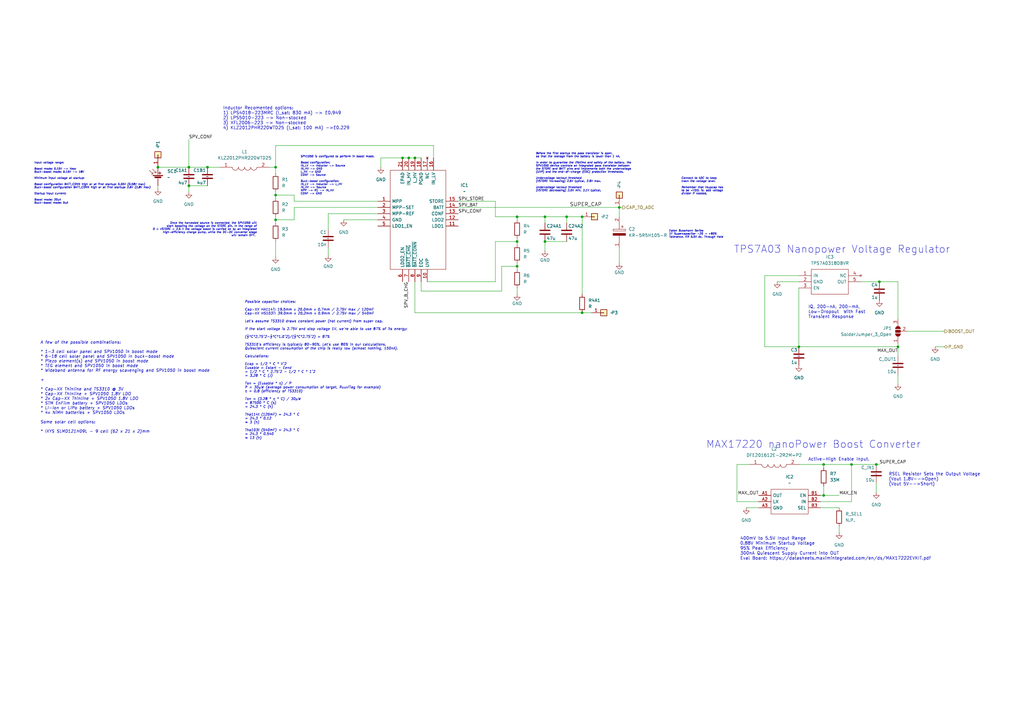
<source format=kicad_sch>
(kicad_sch (version 20211123) (generator eeschema)
  (paper "A3")
  (title_block (title "SPV1050 Power Harvester") (date "2022-04-07") (rev "v01") (company "www.daskalakispiros.com"))
  (lib_symbols
    (symbol "Connector_Generic:Conn_01x01" (pin_names (offset 1.016) hide)
      (property "Reference" "J" (at 0 2.54 0))
      (property "Value" "Conn_01x01" (at 0 -2.54 0))
      (symbol "Conn_01x01_1_1"
        (rectangle (start -1.27 0.127) (end 0 -0.127) (stroke (width 0.1524)))
        (rectangle (start -1.27 1.27) (end 1.27 -1.27) (stroke (width 0.254)) (fill (type background)))
        (pin passive line (at -5.08 0 0) (length 3.81) (name "Pin_1") (number "1"))
      )
    )
    (symbol "DFE201612E-2R2M=P2:DFE201612E-2R2M=P2" (pin_names (offset 0.762))
      (property "Reference" "L" (at 16.51 6.35 0))
      (property "Value" "DFE201612E-2R2M=P2" (at 16.51 3.81 0))
      (symbol "DFE201612E-2R2M=P2_0_0"
        (pin passive line (at 0 0 0) (length 5.08) (name "~") (number "1"))
        (pin passive line (at 20.32 0 180) (length 5.08) (name "~") (number "2"))
      )
      (symbol "DFE201612E-2R2M=P2_0_1"
        (arc (start 5.08 0) (mid 6.35 -1.3218) (end 7.62 0) (stroke (width 0.1524)))
        (arc (start 7.62 0) (mid 8.89 -1.3218) (end 10.16 0) (stroke (width 0.1524)))
        (arc (start 10.16 0) (mid 11.43 -1.3218) (end 12.7 0) (stroke (width 0.1524)))
        (arc (start 12.7 0) (mid 13.97 -1.3218) (end 15.24 0) (stroke (width 0.1524)))
      )
    )
    (symbol "Device:C" (pin_numbers hide) (pin_names (offset 0.254))
      (property "Reference" "C" (at 0.635 2.54 0))
      (property "Value" "C" (at 0.635 -2.54 0))
      (symbol "C_0_1"
        (polyline (pts (xy -2.032 -0.762) (xy 2.032 -0.762)) (stroke (width 0.508)))
        (polyline (pts (xy -2.032 0.762) (xy 2.032 0.762)) (stroke (width 0.508)))
      )
      (symbol "C_1_1"
        (pin passive line (at 0 3.81 270) (length 2.794) (name "~") (number "1"))
        (pin passive line (at 0 -3.81 90) (length 2.794) (name "~") (number "2"))
      )
    )
    (symbol "Device:R" (pin_numbers hide) (pin_names (offset 0))
      (property "Reference" "R" (at 2.032 0 90))
      (property "Value" "R" (at 0 0 90))
      (symbol "R_0_1"
        (rectangle (start -1.016 -2.54) (end 1.016 2.54) (stroke (width 0.254)))
      )
      (symbol "R_1_1"
        (pin passive line (at 0 3.81 270) (length 1.27) (name "~") (number "1"))
        (pin passive line (at 0 -3.81 90) (length 1.27) (name "~") (number "2"))
      )
    )
    (symbol "Device:Solar_Cell" (pin_numbers hide) (pin_names (offset 0) hide)
      (property "Reference" "SC" (at 2.54 2.54 0))
      (property "Value" "Solar_Cell" (at 2.54 0 0))
      (symbol "Solar_Cell_0_1"
        (rectangle (start -2.032 1.778) (end 2.032 1.524) (fill (type outline)))
        (rectangle (start -1.3208 1.1938) (end 1.27 0.6858) (fill (type outline)))
        (polyline (pts (xy -2.032 2.286) (xy -3.556 3.81)))
        (polyline (pts (xy -0.762 2.794) (xy -2.286 4.318)))
        (polyline (pts (xy 0 0.762) (xy 0 0)))
        (polyline (pts (xy 0 1.778) (xy 0 2.54)))
        (polyline (pts (xy 0.254 2.667) (xy 1.27 2.667)) (stroke (width 0.254)))
        (polyline (pts (xy 0.762 3.175) (xy 0.762 2.159)) (stroke (width 0.254)))
        (polyline (pts (xy -2.032 3.048) (xy -2.032 2.286) (xy -2.794 2.286)))
        (polyline (pts (xy -0.762 3.556) (xy -0.762 2.794) (xy -1.524 2.794)))
      )
      (symbol "Solar_Cell_1_1"
        (pin passive line (at 0 5.08 270) (length 2.54) (name "+") (number "1"))
        (pin passive line (at 0 -2.54 90) (length 2.54) (name "-") (number "2"))
      )
    )
    (symbol "Jumper:SolderJumper_3_Open" (pin_names (offset 0) hide)
      (property "Reference" "JP" (at -2.54 -2.54 0))
      (property "Value" "SolderJumper_3_Open" (at 0 2.794 0))
      (symbol "SolderJumper_3_Open_0_1"
        (arc (start -1.016 1.016) (mid -2.032 0) (end -1.016 -1.016))
        (arc (start -1.016 1.016) (mid -2.032 0) (end -1.016 -1.016) (fill (type outline)))
        (rectangle (start -0.508 1.016) (end 0.508 -1.016) (fill (type outline)))
        (polyline (pts (xy -2.54 0) (xy -2.032 0)))
        (polyline (pts (xy -1.016 1.016) (xy -1.016 -1.016)))
        (polyline (pts (xy 0 -1.27) (xy 0 -1.016)))
        (polyline (pts (xy 1.016 1.016) (xy 1.016 -1.016)))
        (polyline (pts (xy 2.54 0) (xy 2.032 0)))
        (arc (start 1.016 -1.016) (mid 2.032 0) (end 1.016 1.016))
        (arc (start 1.016 -1.016) (mid 2.032 0) (end 1.016 1.016) (fill (type outline)))
      )
      (symbol "SolderJumper_3_Open_1_1"
        (pin passive line (at -5.08 0 0) (length 2.54) (name "A") (number "1"))
        (pin passive line (at 0 -3.81 90) (length 2.54) (name "C") (number "2"))
        (pin passive line (at 5.08 0 180) (length 2.54) (name "B") (number "3"))
      )
    )
    (symbol "KLZ2012PHR220WTD25:KLZ2012PHR220WTD25" (pin_names (offset 0.762))
      (property "Reference" "L" (at 16.51 6.35 0))
      (property "Value" "KLZ2012PHR220WTD25" (at 16.51 3.81 0))
      (symbol "KLZ2012PHR220WTD25_0_0"
        (pin passive line (at 0 0 0) (length 5.08) (name "~") (number "1"))
        (pin passive line (at 20.32 0 180) (length 5.08) (name "~") (number "2"))
      )
      (symbol "KLZ2012PHR220WTD25_0_1"
        (arc (start 5.08 0) (mid 6.35 -1.3218) (end 7.62 0) (stroke (width 0.1524)))
        (arc (start 7.62 0) (mid 8.89 -1.3218) (end 10.16 0) (stroke (width 0.1524)))
        (arc (start 10.16 0) (mid 11.43 -1.3218) (end 12.7 0) (stroke (width 0.1524)))
        (arc (start 12.7 0) (mid 13.97 -1.3218) (end 15.24 0) (stroke (width 0.1524)))
      )
    )
    (symbol "KR-5R5H105-R:KR-5R5H105-R" (pin_names (offset 0.762))
      (property "Reference" "C" (at 8.89 6.35 0))
      (property "Value" "KR-5R5H105-R" (at 8.89 3.81 0))
      (symbol "KR-5R5H105-R_0_0"
        (pin passive line (at 12.7 0 180) (length 2.54) (name "~") (number "1"))
        (pin passive line (at 0 0 0) (length 2.54) (name "~") (number "2"))
      )
      (symbol "KR-5R5H105-R_0_1"
        (polyline (pts (xy 2.54 0) (xy 5.08 0)) (stroke (width 0.1524)))
        (polyline (pts (xy 4.064 1.778) (xy 4.064 0.762)) (stroke (width 0.1524)))
        (polyline (pts (xy 4.572 1.27) (xy 3.556 1.27)) (stroke (width 0.1524)))
        (polyline (pts (xy 7.62 0) (xy 10.16 0)) (stroke (width 0.1524)))
        (polyline (pts (xy 5.08 2.54) (xy 5.08 -2.54) (xy 5.842 -2.54) (xy 5.842 2.54) (xy 5.08 2.54)) (stroke (width 0.1524)))
        (polyline (pts (xy 7.62 2.54) (xy 7.62 -2.54) (xy 6.858 -2.54) (xy 6.858 2.54) (xy 7.62 2.54)) (stroke (width 0.254)) (fill (type outline)))
      )
    )
    (symbol "MAX17220ENT+:MAX17220ENT+" (pin_names (offset 0.762))
      (property "Reference" "IC" (at 21.59 7.62 0))
      (property "Value" "MAX17220ENT+" (at 21.59 5.08 0))
      (symbol "MAX17220ENT+_0_0"
        (pin passive line (at 0 0 0) (length 5.08) (name "OUT") (number "A1"))
        (pin passive line (at 0 -2.54 0) (length 5.08) (name "LX") (number "A2"))
        (pin passive line (at 0 -5.08 0) (length 5.08) (name "GND") (number "A3"))
        (pin passive line (at 25.4 0 180) (length 5.08) (name "EN") (number "B1"))
        (pin passive line (at 25.4 -2.54 180) (length 5.08) (name "IN") (number "B2"))
        (pin passive line (at 25.4 -5.08 180) (length 5.08) (name "SEL") (number "B3"))
      )
      (symbol "MAX17220ENT+_0_1"
        (polyline (pts (xy 5.08 2.54) (xy 20.32 2.54) (xy 20.32 -7.62) (xy 5.08 -7.62) (xy 5.08 2.54)) (stroke (width 0.1524)))
      )
    )
    (symbol "SPV1050TTR:SPV1050TTR" (pin_names (offset 0.762))
      (property "Reference" "IC" (at 29.21 17.78 0))
      (property "Value" "SPV1050TTR" (at 29.21 15.24 0))
      (symbol "SPV1050TTR_0_0"
        (pin passive line (at 0 0 0) (length 5.08) (name "MPP") (number "1"))
        (pin passive line (at 20.32 -33.02 90) (length 5.08) (name "UVP") (number "10"))
        (pin passive line (at 33.02 -10.16 180) (length 5.08) (name "LDO1") (number "11"))
        (pin passive line (at 33.02 -7.62 180) (length 5.08) (name "LDO2") (number "12"))
        (pin passive line (at 33.02 -5.08 180) (length 5.08) (name "CONF") (number "13"))
        (pin passive line (at 33.02 -2.54 180) (length 5.08) (name "BATT") (number "14"))
        (pin passive line (at 33.02 0 180) (length 5.08) (name "STORE") (number "15"))
        (pin passive line (at 22.86 17.78 270) (length 5.08) (name "IN_LV") (number "16"))
        (pin no_connect line (at 20.32 17.78 270) (length 5.08) (name "NC") (number "17"))
        (pin passive line (at 17.78 17.78 270) (length 5.08) (name "PGND") (number "18"))
        (pin passive line (at 15.24 17.78 270) (length 5.08) (name "L_HV") (number "19"))
        (pin passive line (at 0 -2.54 0) (length 5.08) (name "MPP-SET") (number "2"))
        (pin passive line (at 12.7 17.78 270) (length 5.08) (name "IN_HV") (number "20"))
        (pin passive line (at 10.16 17.78 270) (length 5.08) (name "EPAD") (number "21"))
        (pin passive line (at 0 -5.08 0) (length 5.08) (name "MPP-REF") (number "3"))
        (pin passive line (at 0 -7.62 0) (length 5.08) (name "GND") (number "4"))
        (pin passive line (at 0 -10.16 0) (length 5.08) (name "LDO1_EN") (number "5"))
        (pin passive line (at 10.16 -33.02 90) (length 5.08) (name "LDO2_EN") (number "6"))
        (pin passive line (at 12.7 -33.02 90) (length 5.08) (name "~{BATT_CHG}") (number "7"))
        (pin passive line (at 15.24 -33.02 90) (length 5.08) (name "~{BATT_CONN}") (number "8"))
        (pin passive line (at 17.78 -33.02 90) (length 5.08) (name "EOC") (number "9"))
      )
      (symbol "SPV1050TTR_0_1"
        (polyline (pts (xy 5.08 12.7) (xy 27.94 12.7) (xy 27.94 -27.94) (xy 5.08 -27.94) (xy 5.08 12.7)) (stroke (width 0.1524)))
      )
    )
    (symbol "TPS7A0318DBVR:TPS7A0318DBVR" (pin_names (offset 0.762))
      (property "Reference" "IC" (at 21.59 7.62 0))
      (property "Value" "TPS7A0318DBVR" (at 21.59 5.08 0))
      (symbol "TPS7A0318DBVR_0_0"
        (pin passive line (at 0 0 0) (length 5.08) (name "IN") (number "1"))
        (pin passive line (at 0 -2.54 0) (length 5.08) (name "GND") (number "2"))
        (pin passive line (at 0 -5.08 0) (length 5.08) (name "EN") (number "3"))
        (pin no_connect line (at 25.4 0 180) (length 5.08) (name "NC") (number "4"))
        (pin passive line (at 25.4 -2.54 180) (length 5.08) (name "OUT") (number "5"))
      )
      (symbol "TPS7A0318DBVR_0_1"
        (polyline (pts (xy 5.08 2.54) (xy 20.32 2.54) (xy 20.32 -7.62) (xy 5.08 -7.62) (xy 5.08 2.54)) (stroke (width 0.1524)))
      )
    )
    (symbol "power:GND" (power) (pin_names (offset 0))
      (property "Value" "GND" (at 0 -3.81 0))
      (symbol "GND_0_1"
        (polyline (pts (xy 0 0) (xy 0 -1.27) (xy 1.27 -1.27) (xy 0 -2.54) (xy -1.27 -1.27) (xy 0 -1.27)))
      )
      (symbol "GND_1_1"
        (pin power_in line (at 0 0 270) (length 0) hide (name "GND") (number "1"))
      )
    )
    (symbol "ruuviharvester_reva1-rescue:C" (pin_numbers hide) (pin_names (offset 0.254))
      (property "Reference" "C" (at 0.635 2.54 0))
      (property "Value" "C" (at 0.635 -2.54 0))
      (symbol "C_0_1"
        (polyline (pts (xy -2.032 -0.762) (xy 2.032 -0.762)) (stroke (width 0.508)))
        (polyline (pts (xy -2.032 0.762) (xy 2.032 0.762)) (stroke (width 0.508)))
      )
      (symbol "C_1_1"
        (pin passive line (at 0 3.81 270) (length 2.794) (name "~") (number "1"))
        (pin passive line (at 0 -3.81 90) (length 2.794) (name "~") (number "2"))
      )
    )
  )
  (junction (at 77.47 68.58))
  (junction (at 337.82 190.5))
  (junction (at 212.09 109.22))
  (junction (at 212.09 88.9))
  (junction (at 349.25 190.5))
  (junction (at 254 85.09))
  (junction (at 167.64 64.77))
  (junction (at 337.82 203.2))
  (junction (at 238.76 88.9))
  (junction (at 113.03 68.58))
  (junction (at 212.09 99.06))
  (junction (at 64.77 68.58))
  (junction (at 113.03 90.17))
  (junction (at 359.41 190.5))
  (junction (at 360.68 115.57))
  (junction (at 85.09 68.58))
  (junction (at 223.52 99.06))
  (junction (at 165.1 64.77))
  (junction (at 368.3 142.24))
  (junction (at 170.18 64.77))
  (junction (at 238.76 128.27))
  (junction (at 77.47 76.2))
  (junction (at 113.03 80.01))
  (junction (at 232.41 88.9))
  (junction (at 327.66 142.24))
  (junction (at 223.52 88.9))
  (wire (pts (xy 113.03 78.74) (xy 113.03 80.01)))
  (wire (pts (xy 85.09 68.58) (xy 90.17 68.58)))
  (wire (pts (xy 212.09 107.95) (xy 212.09 109.22)))
  (wire (pts (xy 353.06 115.57) (xy 360.68 115.57)))
  (wire (pts (xy 154.94 82.55) (xy 120.65 82.55)))
  (wire (pts (xy 327.66 118.11) (xy 327.66 142.24)))
  (wire (pts (xy 134.62 104.775) (xy 134.62 101.6)))
  (wire (pts (xy 120.65 85.09) (xy 120.65 90.17)))
  (wire (pts (xy 113.03 80.01) (xy 113.03 81.28)))
  (wire (pts (xy 203.2 115.57) (xy 203.2 99.06)))
  (wire (pts (xy 203.2 88.9) (xy 203.2 82.55)))
  (wire (pts (xy 238.76 128.27) (xy 242.57 128.27)))
  (wire (pts (xy 140.97 90.17) (xy 154.94 90.17)))
  (wire (pts (xy 349.25 190.5) (xy 349.25 205.74)))
  (wire (pts (xy 170.18 128.27) (xy 170.18 115.57)))
  (wire (pts (xy 372.11 135.89) (xy 387.35 135.89)))
  (wire (pts (xy 120.65 82.55) (xy 120.65 80.01)))
  (wire (pts (xy 113.03 88.9) (xy 113.03 90.17)))
  (wire (pts (xy 337.82 190.5) (xy 337.82 191.77)))
  (wire (pts (xy 77.47 57.15) (xy 77.47 68.58)))
  (wire (pts (xy 383.54 142.24) (xy 387.35 142.24)))
  (wire (pts (xy 238.76 120.65) (xy 238.76 88.9)))
  (wire (pts (xy 254 85.09) (xy 255.27 85.09)))
  (wire (pts (xy 359.41 198.12) (xy 359.41 201.93)))
  (wire (pts (xy 205.74 119.38) (xy 205.74 109.22)))
  (wire (pts (xy 313.69 113.03) (xy 313.69 142.24)))
  (wire (pts (xy 203.2 82.55) (xy 187.96 82.55)))
  (wire (pts (xy 205.74 109.22) (xy 212.09 109.22)))
  (wire (pts (xy 306.07 208.28) (xy 311.15 208.28)))
  (wire (pts (xy 313.69 142.24) (xy 327.66 142.24)))
  (wire (pts (xy 167.64 64.77) (xy 170.18 64.77)))
  (wire (pts (xy 154.94 85.09) (xy 120.65 85.09)))
  (wire (pts (xy 337.82 190.5) (xy 349.25 190.5)))
  (wire (pts (xy 212.09 97.79) (xy 212.09 99.06)))
  (wire (pts (xy 337.82 199.39) (xy 337.82 203.2)))
  (wire (pts (xy 223.52 88.9) (xy 223.52 91.44)))
  (wire (pts (xy 327.66 113.03) (xy 313.69 113.03)))
  (wire (pts (xy 113.03 80.01) (xy 120.65 80.01)))
  (wire (pts (xy 360.68 115.57) (xy 368.3 115.57)))
  (wire (pts (xy 212.09 120.65) (xy 212.09 118.11)))
  (wire (pts (xy 336.55 205.74) (xy 349.25 205.74)))
  (wire (pts (xy 113.03 59.69) (xy 177.8 59.69)))
  (wire (pts (xy 212.09 88.9) (xy 212.09 90.17)))
  (wire (pts (xy 368.3 115.57) (xy 368.3 130.81)))
  (wire (pts (xy 77.47 68.58) (xy 85.09 68.58)))
  (wire (pts (xy 113.03 68.58) (xy 113.03 71.12)))
  (wire (pts (xy 327.66 142.24) (xy 368.3 142.24)))
  (wire (pts (xy 337.82 203.2) (xy 344.17 203.2)))
  (wire (pts (xy 172.72 115.57) (xy 172.72 119.38)))
  (wire (pts (xy 212.09 88.9) (xy 223.52 88.9)))
  (wire (pts (xy 327.66 190.5) (xy 337.82 190.5)))
  (wire (pts (xy 64.77 68.58) (xy 77.47 68.58)))
  (wire (pts (xy 254 88.9) (xy 254 85.09)))
  (wire (pts (xy 349.25 190.5) (xy 359.41 190.5)))
  (wire (pts (xy 175.26 115.57) (xy 203.2 115.57)))
  (wire (pts (xy 156.21 64.77) (xy 156.21 68.58)))
  (wire (pts (xy 113.03 99.06) (xy 113.03 105.41)))
  (wire (pts (xy 359.41 190.5) (xy 360.68 190.5)))
  (wire (pts (xy 113.03 59.69) (xy 113.03 68.58)))
  (wire (pts (xy 368.3 153.67) (xy 368.3 157.48)))
  (wire (pts (xy 212.09 99.06) (xy 212.09 100.33)))
  (wire (pts (xy 302.26 205.74) (xy 311.15 205.74)))
  (wire (pts (xy 232.41 88.9) (xy 238.76 88.9)))
  (wire (pts (xy 110.49 68.58) (xy 113.03 68.58)))
  (wire (pts (xy 203.2 99.06) (xy 212.09 99.06)))
  (wire (pts (xy 172.72 119.38) (xy 205.74 119.38)))
  (wire (pts (xy 165.1 64.77) (xy 167.64 64.77)))
  (wire (pts (xy 307.34 190.5) (xy 302.26 190.5)))
  (wire (pts (xy 203.2 88.9) (xy 212.09 88.9)))
  (wire (pts (xy 344.17 218.44) (xy 344.17 215.9)))
  (wire (pts (xy 344.17 208.28) (xy 336.55 208.28)))
  (wire (pts (xy 177.8 59.69) (xy 177.8 64.77)))
  (wire (pts (xy 368.3 142.24) (xy 368.3 146.05)))
  (wire (pts (xy 318.77 115.57) (xy 327.66 115.57)))
  (wire (pts (xy 368.3 140.97) (xy 368.3 142.24)))
  (wire (pts (xy 254 101.6) (xy 254 107.95)))
  (wire (pts (xy 212.09 109.22) (xy 212.09 110.49)))
  (wire (pts (xy 113.03 90.17) (xy 120.65 90.17)))
  (wire (pts (xy 154.94 87.63) (xy 134.62 87.63)))
  (wire (pts (xy 302.26 190.5) (xy 302.26 205.74)))
  (wire (pts (xy 187.96 85.09) (xy 254 85.09)))
  (wire (pts (xy 170.18 128.27) (xy 238.76 128.27)))
  (wire (pts (xy 113.03 90.17) (xy 113.03 91.44)))
  (wire (pts (xy 64.77 77.47) (xy 64.77 76.2)))
  (wire (pts (xy 223.52 102.87) (xy 223.52 99.06)))
  (wire (pts (xy 77.47 78.74) (xy 77.47 76.2)))
  (wire (pts (xy 77.47 76.2) (xy 85.09 76.2)))
  (wire (pts (xy 223.52 99.06) (xy 232.41 99.06)))
  (wire (pts (xy 134.62 87.63) (xy 134.62 93.98)))
  (wire (pts (xy 165.1 64.77) (xy 156.21 64.77)))
  (wire (pts (xy 170.18 64.77) (xy 172.72 64.77)))
  (wire (pts (xy 232.41 88.9) (xy 232.41 91.44)))
  (wire (pts (xy 337.82 203.2) (xy 336.55 203.2)))
  (wire (pts (xy 223.52 88.9) (xy 232.41 88.9)))
  (text "SPV1050 is configured to perform in boost mode.\n\nBoost configuration:\nIN_LV -> Inductor -> Source\nIN_HV -> GND\nL_HV -> GND\nCONF -> Source\n\nBuck-boost configuration:\nIN_LV -> Inductor -> L_HV\nIN_HV -> Source\nMPP -> R1 -> IN_HV\nCONF -> GND\n" (at 123.19 80.01 0) (effects (font (size 0.7874 0.7874) italic) (justify left bottom)))
  (text "RSEL Resistor Sets the Output Voltage \n(Vout 1.8V-->Open)\n(Vout 5V-->Short)" (at 364.49 199.39 0) (effects (font (size 1.27 1.27)) (justify left bottom)))
  (text "TPS7A03 Nanopower Voltage Regulator" (at 300.99 104.14 0) (effects (font (size 3 3)) (justify left bottom)))
  (text "Input voltage range:\n\nBoost mode: 0.15V -> Veoc\nBuck-boost mode: 0.15V -> 18V\n\nMinimum input voltage at startup:\n\nBoost configuration BATT_CONN high or at first startup: 0.55V (0.58V max)\nBuck-boost configuration BATT_CONN high or at first startup: 2.6V (2.8V max)\n\nStartup input current:\n\nBoost mode: 30uA\nBuck-boost mode: 5uA" (at 13.97 83.82 0) (effects (font (size 0.7874 0.7874) italic) (justify left bottom)))
  (text "Before the first startup the pass transistor is open,\nso that the leakage from the battery is lower than 1 nA.\n\nIn order to guarantee the lifetime and safety of the battery, the\nSPV1050 device controls an integrated pass transistor between\nthe STORE and BATT pins and implements both the undervoltage\n(UVP) and the end-of-charge (EOC) protection thresholds.\n\nUndervoltage lockout threshold\n(VSTORE increasing) 2.6V typical, 2.8V max.\n\nUndervoltage lockout threshold\n(VSTORE decreasing) 2.0V min, 2.1V typical." (at 219.71 78.74 0) (effects (font (size 0.7874 0.7874) italic) (justify left bottom)))
  (text "400mV to 5.5V Input Range\n0.88V Minimum Startup Voltage\n95% Peak Efficiency \n300nA Quiescent Supply Current into OUT\nEval Board: https://datasheets.maximintegrated.com/en/ds/MAX17222EVKIT.pdf" (at 303.53 229.87 0) (effects (font (size 1.27 1.27)) (justify left bottom)))
  (text "Connect to ADC to keep\ntrack the voltage level.\n\nRemember that Vsupcap has\nto be <VDD. ie. add voltage\ndivider if needed." (at 279.4 80.01 0) (effects (font (size 0.7874 0.7874) italic) (justify left bottom)))
  (text "IQ, 200-nA, 200-mA, \nLow-Dropout  With Fast\nTransient Response" (at 331.47 130.81 0) (effects (font (size 1.27 1.27)) (justify left bottom)))
  (text "MAX17220 nanoPower Boost Converter" (at 289.56 184.15 0) (effects (font (size 3 3)) (justify left bottom)))
  (text "Active-High Enable Input." (at 331.47 189.23 0) (effects (font (size 1.27 1.27)) (justify left bottom)))
  (text "Once the harvested source is connected, the SPV1050 will\nstart boosting the voltage on the STORE pin. In the range of\n0 < VSTORE < 2.6 V the voltage boost is carried on by an integrated\nhigh-efficiency charge pump, while the DC-DC converter stage\nwill remain OFF. \n" (at 105.41 97.155 0) (effects (font (size 0.7874 0.7874) italic) (justify right bottom)))
  (text "A few of the possible combinations:\n\n* 1-3 cell solar panel and SPV1050 in boost mode\n* 6-18 cell solar panel and SPV1050 in buck-boost mode\n* Piezo element(s) and SPV1050 in boost mode\n* TEG element and SPV1050 in boost mode\n* Wideband antenna for RF energy scavenging and SPV1050 in boost mode\n\n+\n\n* Cap-XX Thinline and TS3310 @ 3V\n* Cap-XX Thinline + SPV1050 1.8V LDO\n* 2x Cap-XX Thinline + SPV1050 1.8V LDO\n* STM EnFilm battery + SPV1050 LDOs\n* Li-ion or LiPo battery + SPV1050 LDOs\n* 4x NiMH batteries + SPV1050 LDOs\n\nSome solar cell options:\n\n* IXYS SLMD121H09L - 9 cell (62 x 21 x 2)mm" (at 16.51 177.8 0) (effects (font (size 1.1938 1.1938) italic) (justify left bottom)))
  (text "Possible capacitor choices:\n\nCap-XX HA114T: 19.5mm x 20.0mm x 0.7mm / 2.75V max / 120mF\nCap-XX HS103T: 39.0mm x 20.2mm x 0.9mm / 2.75V max / 540mF\n\nLet's assume TS3310 draws constant power (not current) from super cap.\n\nIf the start voltage is 2.75V and stop voltage 1V, we're able to use 87% of its energy:\n\n(½*C*2.75^2-½*C*1.0^2)/(½*C*2.75^2) = 87%\n\nTS3310's efficiency is typically 80-90%. Let's use 80% in our calculations.\nQuiescient current consumption of the chip is really low (almost nothing, 150nA).\n\nCalculations:\n\nEcap = 1/2 * C * V^2 \nEusable = Estart − Eend\n= 1/2 * C * 2.75^2 − 1/2 * C * 1^2\n= 3.28 * C (J) \n\nTon = (Eusable * η) / P \nP = 30μW (average power consumption of target, RuuviTag for example)\nη = 0.8 (efficiency of TS3310)\n\nTon = (3.28 * η * C) / 30μW \n= 87500 * C (s)\n= 24.3 * C (h) \n\nTha114t (120mF) = 24.3 * C\n= 24.3 * 0.12\n≈ 3 (h)\n\nTha103t (540mF) = 24.3 * C\n= 24.3 * 0.540\n≈ 13 (h)" (at 100.33 180.34 0) (effects (font (size 0.9906 0.9906) italic) (justify left bottom)))
  (text "Eaton Bussmann Series \n1F Supercapacitor -20 → +80% \nTolerance, KR 5.5V dc, Through Hole" (at 274.32 97.79 0) (effects (font (size 0.7874 0.7874) italic) (justify left bottom)))
  (text "Inductor Recomented options:\n1) LPS4018-223MRC (I_sat: 830 mA) -> £0.949\n2) LPS5010-223 -> Non-stocked\n3) XFL2006-223 -> Non-stocked\n4) KLZ2012PHR220WTD25 (I_sat: 100 mA) ->£0.229	" (at 91.44 53.34 0) (effects (font (size 1.27 1.27)) (justify left bottom)))
  (label "SPV_B_CHG" (at 167.64 115.57 270))
  (label "SPV_STORE" (at 187.96 82.55 0))
  (label "MAX_OUT" (at 368.3 144.78 180))
  (label "SUPER_CAP" (at 360.68 190.5 0))
  (label "MAX_OUT" (at 311.15 203.2 180))
  (label "SUPER_CAP" (at 233.68 85.09 0) (effects (font (size 1.524 1.524))))
  (label "SPV_CONF" (at 187.96 87.63 0))
  (label "SPV_CONF" (at 77.47 57.15 0))
  (label "MAX_EN" (at 344.17 203.2 0))
  (label "SPV_BAT" (at 187.96 85.09 0))
  (hierarchical_label "BOOST_OUT" (shape output) (at 387.35 135.89 0))
  (hierarchical_label "CAP_TO_ADC" (shape output) (at 255.27 85.09 0))
  (hierarchical_label "P_GND" (shape bidirectional) (at 387.35 142.24 0))
  (symbol (lib_id "Device:R") (at 113.03 95.25 0) (unit 1)
    (property "Reference" "R3" (at 115.57 93.9799 0) (effects (justify left)))
    (property "Value" "R" (at 115.57 96.5199 0) (effects (justify left)))
  )
  (symbol (lib_id "Connector_Generic:Conn_01x01") (at 247.65 128.27 0) (unit 1)
    (property "Reference" "P3" (at 252.095 128.27 0))
    (property "Value" "~" (at 250.825 128.27 0))
    (property "Footprint" "RuuviTag:TEST_POINT_SMD_1MM" (effects hide))
  )
  (symbol (lib_id "ruuviharvester_reva1-rescue:C") (at 223.52 95.25 0) (unit 1)
    (property "Reference" "C24A1" (at 224.155 92.71 0) (effects (justify left)))
    (property "Value" "47u" (at 224.155 97.79 0) (effects (justify left)))
  )
  (symbol (lib_id "Device:R") (at 113.03 85.09 0) (unit 1)
    (property "Reference" "R2" (at 115.57 83.8199 0) (effects (justify left)))
    (property "Value" "R" (at 115.57 86.3599 0) (effects (justify left)))
  )
  (symbol (lib_id "power:GND") (at 134.62 104.775 0) (unit 1)
    (property "Reference" "#PWR04" (effects hide))
    (property "Value" "GND" (at 134.62 109.22 0))
  )
  (symbol (lib_id "Connector_Generic:Conn_01x01") (at 64.77 63.5 90) (unit 1)
    (property "Reference" "P1" (at 64.77 59.055 0))
    (property "Value" "~" (at 64.77 60.325 0))
    (property "Footprint" "RuuviTag:TEST_POINT_SMD_1MM" (effects hide))
  )
  (symbol (lib_id "Connector_Generic:Conn_01x01") (at 254 80.01 90) (unit 1)
    (property "Reference" "P4" (at 254 75.565 0))
    (property "Value" "~" (at 254 76.835 0))
    (property "Footprint" "RuuviTag:TEST_POINT_SMD_1MM" (effects hide))
  )
  (symbol (lib_id "power:GND") (at 383.54 142.24 0) (unit 1)
    (property "Reference" "#PWR017" (effects hide))
    (property "Value" "GND" (at 383.54 147.32 0))
  )
  (symbol (lib_id "Device:R") (at 337.82 195.58 0) (unit 1)
    (property "Reference" "R7" (at 340.36 194.3099 0) (effects (justify left)))
    (property "Value" "33M" (at 340.36 196.8499 0) (effects (justify left)))
  )
  (symbol (lib_id "Device:R") (at 113.03 74.93 0) (unit 1)
    (property "Reference" "R1" (at 115.57 73.6599 0) (effects (justify left)))
    (property "Value" "R" (at 115.57 76.1999 0) (effects (justify left)))
  )
  (symbol (lib_id "power:GND") (at 359.41 201.93 0) (unit 1)
    (property "Reference" "#PWR014" (effects hide))
    (property "Value" "GND" (at 359.41 207.01 0))
  )
  (symbol (lib_id "Device:R") (at 212.09 114.3 0) (unit 1)
    (property "Reference" "R6" (at 214.63 113.0299 0) (effects (justify left)))
    (property "Value" "R" (at 214.63 115.5699 0) (effects (justify left)))
  )
  (symbol (lib_id "power:GND") (at 327.66 149.86 0) (unit 1)
    (property "Reference" "#PWR012" (effects hide))
    (property "Value" "GND" (at 327.66 154.94 0))
  )
  (symbol (lib_id "Device:C") (at 134.62 97.79 180) (unit 1)
    (property "Reference" "C1" (at 133.985 95.25 0) (effects (justify left)))
    (property "Value" "10n" (at 133.985 100.33 0) (effects (justify left)))
    (property "Footprint" "RuuviTag:0402_CAP" (effects hide))
    (property "Datasheet" "~" (at 134.62 97.79 0) (effects (font (size 1.524 1.524))))
  )
  (symbol (lib_id "power:GND") (at 156.21 68.58 0) (unit 1)
    (property "Reference" "#PWR06" (effects hide))
    (property "Value" "GND" (at 156.21 73.66 0))
  )
  (symbol (lib_id "power:GND") (at 318.77 115.57 0) (unit 1)
    (property "Reference" "#PWR011" (effects hide))
    (property "Value" "GND" (at 318.77 120.65 0))
  )
  (symbol (lib_id "Device:C") (at 327.66 146.05 180) (unit 1)
    (property "Reference" "C3" (at 327.025 143.51 0) (effects (justify left)))
    (property "Value" "1u" (at 327.025 148.59 0) (effects (justify left)))
    (property "Footprint" "RuuviTag:0402_CAP" (effects hide))
    (property "Datasheet" "~" (at 327.66 146.05 0) (effects (font (size 1.524 1.524))))
  )
  (symbol (lib_id "Device:C") (at 77.47 72.39 180) (unit 1)
    (property "Reference" "C1A1" (at 76.835 69.85 0) (effects (justify left)))
    (property "Value" "4u7" (at 76.835 74.93 0) (effects (justify left)))
    (property "Footprint" "RuuviTag:0402_CAP" (effects hide))
    (property "Datasheet" "~" (at 77.47 72.39 0) (effects (font (size 1.524 1.524))))
  )
  (symbol (lib_id "Connector_Generic:Conn_01x01") (at 243.84 88.9 0) (unit 1)
    (property "Reference" "P2" (at 248.285 88.9 0))
    (property "Value" "~" (at 247.015 88.9 0))
    (property "Footprint" "RuuviTag:TEST_POINT_SMD_1MM" (effects hide))
  )
  (symbol (lib_id "power:GND") (at 212.09 120.65 0) (unit 1)
    (property "Reference" "#PWR07" (effects hide))
    (property "Value" "GND" (at 212.09 124.46 0))
  )
  (symbol (lib_id "MAX17220ENT+:MAX17220ENT+") (at 311.15 203.2 0) (unit 1)
    (property "Reference" "IC2" (at 323.85 195.58 0))
    (property "Value" "~" (at 323.85 198.12 0))
    (property "Footprint" "BGA6C40P3X2_142X89X50" (effects hide))
    (property "Datasheet" "https://pdfserv.maximintegrated.com/en/ds/MAX17220-MAX17225.pdf" (effects hide))
    (property "Description" "N60E1+1" (effects hide))
    (property "Height" "0.5" (effects hide))
    (property "Manufacturer_Name" "Maxim Integrated" (effects hide))
    (property "Manufacturer_Part_Number" "MAX17220ENT+" (effects hide))
  )
  (symbol (lib_id "DFE201612E-2R2M=P2:DFE201612E-2R2M=P2") (at 307.34 190.5 0) (unit 1)
    (property "Reference" "L2" (at 317.5 184.15 0))
    (property "Value" "DFE201612E-2R2M=P2" (at 317.5 186.69 0))
    (property "Footprint" "1286ASH1R0MP2" (effects hide))
    (property "Datasheet" "https://psearch.en.murata.com/inductor/product/DFE201612E-2R2M%23.html" (effects hide))
    (property "Description" "DFE201612E Series Inductor 2.2uH +/-20% 0806 (2016)" (effects hide))
    (property "Height" "1.2" (effects hide))
    (property "Manufacturer_Name" "Murata Electronics" (effects hide))
    (property "Manufacturer_Part_Number" "DFE201612E-2R2M=P2" (effects hide))
    (property "Mouser Part Number" "81-DFE201612E-2R2MP2" (effects hide))
    (property "Mouser Price/Stock" "https://www.mouser.co.uk/ProductDetail/Murata-Electronics/DFE201612E-2R2M%3dP2?qs=AQlKX63v8Rsi4vow61OBVg%3D%3D" (effects hide))
    (property "Arrow Part Number" "DFE201612E-2R2M=P2" (effects hide))
    (property "Arrow Price/Stock" "https://www.arrow.com/en/products/dfe201612e-2r2mp2/murata-manufacturing?region=nac" (effects hide))
  )
  (symbol (lib_id "power:GND") (at 254 107.95 0) (unit 1)
    (property "Reference" "#PWR09" (effects hide))
    (property "Value" "GND" (at 254 111.76 0))
  )
  (symbol (lib_id "SPV1050TTR:SPV1050TTR") (at 154.94 82.55 0) (unit 1)
    (property "Reference" "IC1" (at 190.5 75.9712 0))
    (property "Value" "~" (at 190.5 78.5112 0))
    (property "Footprint" "QFN40P300X300X100-21N-D" (effects hide))
    (property "Datasheet" "https://www.st.com/resource/en/datasheet/spv1050.pdf" (effects hide))
    (property "Description" "STMICROELECTRONICS - SPV1050TTR - BATT CHARGER, LITHIUM, 0.07A, VFQFPN-20" (effects hide))
    (property "Height" "1" (effects hide))
    (property "Manufacturer_Name" "STMicroelectronics" (effects hide))
    (property "Manufacturer_Part_Number" "SPV1050TTR" (effects hide))
    (property "Mouser Part Number" "511-SPV1050TTR" (effects hide))
    (property "Mouser Price/Stock" "https://www.mouser.co.uk/ProductDetail/STMicroelectronics/SPV1050TTR?qs=4b8myOmUP%252BtjnNFr7g4Yxw%3D%3D" (effects hide))
    (property "Arrow Part Number" "SPV1050TTR" (effects hide))
    (property "Arrow Price/Stock" "https://www.arrow.com/en/products/spv1050ttr/stmicroelectronics" (effects hide))
  )
  (symbol (lib_id "power:GND") (at 64.77 77.47 0) (unit 1)
    (property "Reference" "#PWR01" (effects hide))
    (property "Value" "GND" (at 64.77 82.55 0))
  )
  (symbol (lib_id "ruuviharvester_reva1-rescue:C") (at 232.41 95.25 0) (unit 1)
    (property "Reference" "C24A2" (at 233.045 92.71 0) (effects (justify left)))
    (property "Value" "47u" (at 233.045 97.79 0) (effects (justify left)))
  )
  (symbol (lib_id "Device:R") (at 344.17 212.09 0) (unit 1)
    (property "Reference" "R_SEL1" (at 346.71 210.8199 0) (effects (justify left)))
    (property "Value" "N.P." (at 346.71 213.3599 0) (effects (justify left)))
  )
  (symbol (lib_id "Device:C") (at 360.68 119.38 180) (unit 1)
    (property "Reference" "C4" (at 360.045 116.84 0) (effects (justify left)))
    (property "Value" "1u" (at 360.045 121.92 0) (effects (justify left)))
    (property "Footprint" "RuuviTag:0402_CAP" (effects hide))
    (property "Datasheet" "~" (at 360.68 119.38 0) (effects (font (size 1.524 1.524))))
  )
  (symbol (lib_id "power:GND") (at 140.97 90.17 0) (unit 1)
    (property "Reference" "#PWR05" (effects hide))
    (property "Value" "GND" (at 140.97 95.25 0))
  )
  (symbol (lib_id "Device:C") (at 85.09 72.39 180) (unit 1)
    (property "Reference" "C1B1" (at 84.455 69.85 0) (effects (justify left)))
    (property "Value" "4u7" (at 84.455 74.93 0) (effects (justify left)))
    (property "Footprint" "RuuviTag:0402_CAP" (effects hide))
    (property "Datasheet" "~" (at 85.09 72.39 0) (effects (font (size 1.524 1.524))))
  )
  (symbol (lib_id "Device:C") (at 368.3 149.86 180) (unit 1)
    (property "Reference" "C_OUT1" (at 367.665 147.32 0) (effects (justify left)))
    (property "Value" "10u" (at 367.665 152.4 0) (effects (justify left)))
    (property "Footprint" "RuuviTag:0402_CAP" (effects hide))
    (property "Datasheet" "~" (at 368.3 149.86 0) (effects (font (size 1.524 1.524))))
  )
  (symbol (lib_id "TPS7A0318DBVR:TPS7A0318DBVR") (at 327.66 113.03 0) (unit 1)
    (property "Reference" "IC3" (at 340.36 105.41 0))
    (property "Value" "TPS7A0318DBVR" (at 340.36 107.95 0))
    (property "Footprint" "SOT95P280X145-5N" (effects hide))
    (property "Datasheet" "https://www.mouser.co.uk/ProductDetail/Texas-Instruments/TPS7A0318DBVR?qs=zW32dvEIR3svu15mOoFtOQ%3D%3D" (effects hide))
    (property "Description" "LDO Voltage Regulators 200-mA, nanopower-IQ (200 nA), low-dropout (LDO) voltage regulator with enable 5-SOT-23 -40 to 125" (effects hide))
    (property "Height" "1.45" (effects hide))
    (property "Manufacturer_Name" "Texas Instruments" (effects hide))
    (property "Manufacturer_Part_Number" "TPS7A0318DBVR" (effects hide))
    (property "Mouser Part Number" "595-TPS7A0318DBVR" (effects hide))
    (property "Mouser Price/Stock" "https://www.mouser.co.uk/ProductDetail/Texas-Instruments/TPS7A0318DBVR?qs=zW32dvEIR3svu15mOoFtOQ%3D%3D" (effects hide))
    (property "Arrow Part Number" "TPS7A0318DBVR" (effects hide))
    (property "Arrow Price/Stock" "https://www.arrow.com/en/products/tps7a0318dbvr/texas-instruments" (effects hide))
  )
  (symbol (lib_id "power:GND") (at 223.52 102.87 0) (unit 1)
    (property "Reference" "#PWR08" (effects hide))
    (property "Value" "GND" (at 223.52 106.68 0))
  )
  (symbol (lib_id "KR-5R5H105-R:KR-5R5H105-R") (at 254 88.9 270) (unit 1)
    (property "Reference" "C2" (at 257.81 93.9799 90) (effects (justify left)))
    (property "Value" "KR-5R5H105-R" (at 257.81 96.5199 90) (effects (justify left)))
    (property "Footprint" "KR5R5H105R" (effects hide))
    (property "Datasheet" "https://datasheet.datasheetarchive.com/originals/distributors/Datasheets-DGA21/95150.pdf" (effects hide))
    (property "Description" "Cap Supercap 1F 5.5V -20% to 80% (19 X 6.7mm) Radial Stacked Coin 20mm 30 Ohm 1000h 70C Tray" (effects hide))
    (property "Height" "7" (effects hide))
    (property "Manufacturer_Name" "Eaton" (effects hide))
    (property "Manufacturer_Part_Number" "KR-5R5H105-R" (effects hide))
    (property "Mouser Part Number" "504-KR-5R5H105-R" (effects hide))
    (property "Mouser Price/Stock" "https://www.mouser.co.uk/ProductDetail/PowerStor-Eaton/KR-5R5H105-R?qs=9GX7soZQXxHnif9MVuja%2Fw%3D%3D" (effects hide))
  )
  (symbol (lib_id "Device:Solar_Cell") (at 64.77 73.66 0) (unit 1)
    (property "Reference" "SC1" (at 68.58 70.2309 0) (effects (justify left)))
    (property "Value" "~" (at 68.58 72.7709 0) (effects (justify left)))
  )
  (symbol (lib_id "Device:R") (at 212.09 104.14 0) (unit 1)
    (property "Reference" "R5" (at 214.63 102.8699 0) (effects (justify left)))
    (property "Value" "R" (at 214.63 105.4099 0) (effects (justify left)))
  )
  (symbol (lib_id "KLZ2012PHR220WTD25:KLZ2012PHR220WTD25") (at 90.17 68.58 0) (unit 1)
    (property "Reference" "L1" (at 100.33 62.23 0))
    (property "Value" "KLZ2012PHR220WTD25" (at 100.33 64.77 0))
    (property "Footprint" "INDC2012X145N" (effects hide))
    (property "Datasheet" "https://product.tdk.com/system/files/dam/doc/product/inductor/inductor/smd/catalog/inductor_automotive_decoupling_klz2012-hr_en.pdf" (effects hide))
    (property "Description" "SMD / SMT Inductors (Coils), L=22?H, L x W x T :" (effects hide))
    (property "Height" "1.45" (effects hide))
    (property "Manufacturer_Name" "TDK" (effects hide))
    (property "Manufacturer_Part_Number" "KLZ2012PHR220WTD25" (effects hide))
    (property "Mouser Part Number" "810-KLZ2012PHR220WTD" (effects hide))
    (property "Mouser Price/Stock" "https://www.mouser.co.uk/ProductDetail/TDK/KLZ2012PHR220WTD25?qs=5aG0NVq1C4y3vzpQm3O0Xw%3D%3D" (effects hide))
    (property "Arrow Part Number" "KLZ2012PHR220WTD25" (effects hide))
    (property "Arrow Price/Stock" "https://www.arrow.com/en/products/klz2012phr220wtd25/tdk" (effects hide))
  )
  (symbol (lib_id "Device:R") (at 238.76 124.46 0) (unit 1)
    (property "Reference" "R4A1" (at 241.3 123.1899 0) (effects (justify left)))
    (property "Value" "R" (at 241.3 125.7299 0) (effects (justify left)))
  )
  (symbol (lib_id "Device:C") (at 359.41 194.31 180) (unit 1)
    (property "Reference" "C_IN1" (at 358.775 191.77 0) (effects (justify left)))
    (property "Value" "10u" (at 358.775 196.85 0) (effects (justify left)))
    (property "Footprint" "RuuviTag:0402_CAP" (effects hide))
    (property "Datasheet" "~" (at 359.41 194.31 0) (effects (font (size 1.524 1.524))))
  )
  (symbol (lib_id "power:GND") (at 77.47 78.74 0) (unit 1)
    (property "Reference" "#PWR02" (effects hide))
    (property "Value" "GND" (at 77.47 83.82 0))
  )
  (symbol (lib_id "Jumper:SolderJumper_3_Open") (at 368.3 135.89 90) (unit 1)
    (property "Reference" "JP1" (at 365.76 134.6199 90) (effects (justify left)))
    (property "Value" "SolderJumper_3_Open" (at 365.76 137.1599 90) (effects (justify left)))
  )
  (symbol (lib_id "Device:R") (at 212.09 93.98 0) (unit 1)
    (property "Reference" "R4" (at 214.63 92.7099 0) (effects (justify left)))
    (property "Value" "R" (at 214.63 95.2499 0) (effects (justify left)))
  )
  (symbol (lib_id "power:GND") (at 344.17 218.44 0) (unit 1)
    (property "Reference" "#PWR013" (effects hide))
    (property "Value" "GND" (at 344.17 223.52 0))
  )
  (symbol (lib_id "power:GND") (at 360.68 123.19 0) (unit 1)
    (property "Reference" "#PWR015" (effects hide))
    (property "Value" "GND" (at 360.68 128.27 0))
  )
  (symbol (lib_id "power:GND") (at 113.03 105.41 0) (unit 1)
    (property "Reference" "#PWR03" (effects hide))
    (property "Value" "GND" (at 113.03 110.49 0))
  )
  (symbol (lib_id "power:GND") (at 306.07 208.28 0) (unit 1)
    (property "Reference" "#PWR010" (effects hide))
    (property "Value" "~" (at 306.07 213.36 0))
  )
  (symbol (lib_id "power:GND") (at 368.3 157.48 0) (unit 1)
    (property "Reference" "#PWR016" (effects hide))
    (property "Value" "GND" (at 368.3 162.56 0))
  )
)
</source>
